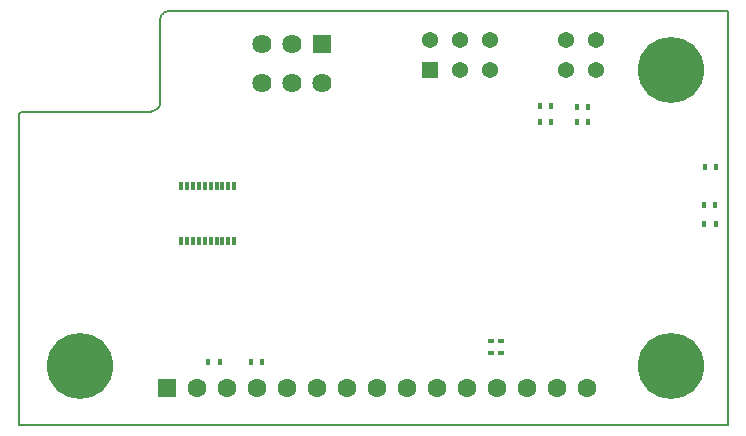
<source format=gbs>
G04*
G04 #@! TF.GenerationSoftware,Altium Limited,Altium Designer,18.0.12 (696)*
G04*
G04 Layer_Color=16711935*
%FSLAX44Y44*%
%MOMM*%
G71*
G01*
G75*
%ADD20C,0.1520*%
%ADD21R,0.4500X0.6000*%
%ADD22R,0.6000X0.4500*%
%ADD23R,0.4000X0.6000*%
%ADD47C,0.1016*%
%ADD48C,1.6016*%
%ADD49R,1.6016X1.6016*%
%ADD50C,1.3716*%
%ADD51R,1.3716X1.3716*%
%ADD52R,1.6256X1.6256*%
%ADD53C,1.6256*%
%ADD54C,5.6016*%
%ADD64R,0.4016X0.8016*%
D20*
Y261586D01*
Y0D02*
X600202D01*
Y350012D01*
X129000D02*
X600202D01*
X126828Y350000D02*
X129000Y350012D01*
X126156Y350000D02*
X126828Y350000D01*
X124837Y349738D02*
X126156Y350000D01*
X123594Y349223D02*
X124837Y349738D01*
X122476Y348475D02*
X123594Y349223D01*
X122000Y348000D02*
X122476Y348475D01*
X121524Y347524D02*
X122000Y348000D01*
X120777Y346406D02*
X121524Y347524D01*
X120262Y345163D02*
X120777Y346406D01*
X120000Y343844D02*
X120262Y345163D01*
X120000Y343172D02*
Y343844D01*
X120000Y274828D02*
X120000Y343172D01*
X120000Y274828D02*
X120053Y273918D01*
X119892Y272102D02*
X120053Y273918D01*
X119380Y270353D02*
X119892Y272102D01*
X118536Y268738D02*
X119380Y270353D01*
X118000Y268000D02*
X118536Y268738D01*
X117184Y267300D02*
X118000Y268000D01*
X115368Y266155D02*
X117184Y267300D01*
X113363Y265387D02*
X115368Y266155D01*
X111246Y265024D02*
X113363Y265387D01*
X110172Y265000D02*
X111246Y265024D01*
X3414Y265000D02*
X110172D01*
X3078Y265000D02*
X3414Y265000D01*
X2418Y264869D02*
X3078Y265000D01*
X1797Y264611D02*
X2418Y264869D01*
X1238Y264238D02*
X1797Y264611D01*
X1000Y264000D02*
X1238Y264238D01*
X762Y263762D02*
X1000Y264000D01*
X389Y263203D02*
X762Y263762D01*
X131Y262582D02*
X389Y263203D01*
X0Y261922D02*
X131Y262582D01*
X0Y261586D02*
Y261922D01*
D21*
X580000Y170000D02*
D03*
X590000D02*
D03*
X170250Y53000D02*
D03*
X160250D02*
D03*
D22*
X399542Y70770D02*
D03*
Y60770D02*
D03*
X408686Y70770D02*
D03*
Y60770D02*
D03*
D23*
X581500Y218315D02*
D03*
X590500D02*
D03*
X589500Y186000D02*
D03*
X580500D02*
D03*
X196902Y53000D02*
D03*
X205902D02*
D03*
X481871Y269240D02*
D03*
X472872D02*
D03*
X450778Y256032D02*
D03*
X441778D02*
D03*
X450647Y269494D02*
D03*
X441646D02*
D03*
X473064Y256030D02*
D03*
X482063D02*
D03*
D47*
X128000Y178900D02*
D03*
X192000D02*
D03*
D48*
X379851Y31000D02*
D03*
X354450D02*
D03*
X405251D02*
D03*
X430650D02*
D03*
X456050D02*
D03*
X481451D02*
D03*
X278251D02*
D03*
X252850D02*
D03*
X303650D02*
D03*
X329050D02*
D03*
X227451D02*
D03*
X202050D02*
D03*
X151250D02*
D03*
X176651D02*
D03*
D49*
X125850D02*
D03*
D50*
X489204Y300300D02*
D03*
Y325700D02*
D03*
X463804Y300300D02*
D03*
Y325700D02*
D03*
X399034Y300300D02*
D03*
Y325700D02*
D03*
X373634Y300300D02*
D03*
Y325700D02*
D03*
X348234D02*
D03*
D51*
Y300300D02*
D03*
D52*
X256400Y322000D02*
D03*
D53*
X231000D02*
D03*
X205600D02*
D03*
X256400Y288980D02*
D03*
X231000D02*
D03*
X205600D02*
D03*
D54*
X552000Y50000D02*
D03*
Y300000D02*
D03*
X52000Y50000D02*
D03*
D64*
X137500Y155900D02*
D03*
Y201900D02*
D03*
X142500Y155900D02*
D03*
Y201900D02*
D03*
X147500Y155900D02*
D03*
Y201900D02*
D03*
X152500Y155900D02*
D03*
Y201900D02*
D03*
X157500Y155900D02*
D03*
Y201900D02*
D03*
X162500Y155900D02*
D03*
Y201900D02*
D03*
X167500Y155900D02*
D03*
Y201900D02*
D03*
X172500Y155900D02*
D03*
Y201900D02*
D03*
X177500Y155900D02*
D03*
Y201900D02*
D03*
X182500Y155900D02*
D03*
Y201900D02*
D03*
M02*

</source>
